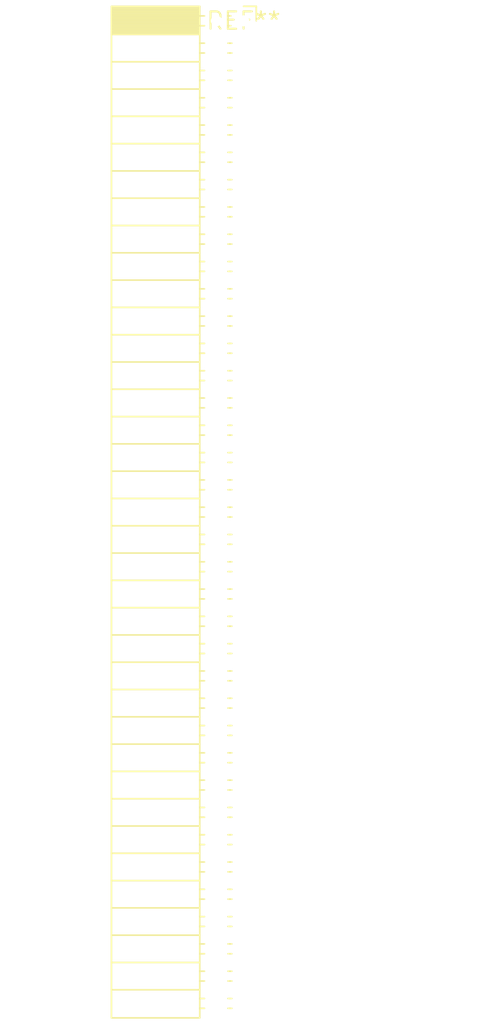
<source format=kicad_pcb>
(kicad_pcb (version 20240108) (generator pcbnew)
  (layers (0 "F.Cu" signal) (31 "B.Cu" signal) (34 "B.Paste" user) (35 "F.Paste" user) (36 "B.SilkS" user "B.Silkscreen") (37 "F.SilkS" user "F.Silkscreen") (38 "B.Mask" user) (39 "F.Mask" user) (44 "Edge.Cuts" user))
  (net 0 "")
  (footprint "PinSocket_2x37_P2.00mm_Horizontal" (layer "F.Cu") (at 0 0)
    (property "Reference" "REF**")
    (property "Value" "PinSocket_2x37_P2.00mm_Horizontal")
    (fp_line (start -9.68 -1.06) (end -9.68 73.06) (layer "F.SilkS") (stroke (width 0.12)))
    (fp_line (start -9.68 -1.06) (end -3.21 -1.06) (layer "F.SilkS") (stroke (width 0.12)))
    (fp_line (start -9.68 -0.94) (end -3.21 -0.94) (layer "F.SilkS") (stroke (width 0.12)))
    (fp_line (start -9.68 -0.825882) (end -3.21 -0.825882) (layer "F.SilkS") (stroke (width 0.12)))
    (fp_line (start -9.68 -0.711764) (end -3.21 -0.711764) (layer "F.SilkS") (stroke (width 0.12)))
    (fp_line (start -9.68 -0.597646) (end -3.21 -0.597646) (layer "F.SilkS") (stroke (width 0.12)))
    (fp_line (start -9.68 -0.483528) (end -3.21 -0.483528) (layer "F.SilkS") (stroke (width 0.12)))
    (fp_line (start -9.68 -0.36941) (end -3.21 -0.36941) (layer "F.SilkS") (stroke (width 0.12)))
    (fp_line (start -9.68 -0.255292) (end -3.21 -0.255292) (layer "F.SilkS") (stroke (width 0.12)))
    (fp_line (start -9.68 -0.141174) (end -3.21 -0.141174) (layer "F.SilkS") (stroke (width 0.12)))
    (fp_line (start -9.68 -0.027056) (end -3.21 -0.027056) (layer "F.SilkS") (stroke (width 0.12)))
    (fp_line (start -9.68 0.087062) (end -3.21 0.087062) (layer "F.SilkS") (stroke (width 0.12)))
    (fp_line (start -9.68 0.20118) (end -3.21 0.20118) (layer "F.SilkS") (stroke (width 0.12)))
    (fp_line (start -9.68 0.315298) (end -3.21 0.315298) (layer "F.SilkS") (stroke (width 0.12)))
    (fp_line (start -9.68 0.429416) (end -3.21 0.429416) (layer "F.SilkS") (stroke (width 0.12)))
    (fp_line (start -9.68 0.543534) (end -3.21 0.543534) (layer "F.SilkS") (stroke (width 0.12)))
    (fp_line (start -9.68 0.657652) (end -3.21 0.657652) (layer "F.SilkS") (stroke (width 0.12)))
    (fp_line (start -9.68 0.77177) (end -3.21 0.77177) (layer "F.SilkS") (stroke (width 0.12)))
    (fp_line (start -9.68 0.885888) (end -3.21 0.885888) (layer "F.SilkS") (stroke (width 0.12)))
    (fp_line (start -9.68 1) (end -3.21 1) (layer "F.SilkS") (stroke (width 0.12)))
    (fp_line (start -9.68 3) (end -3.21 3) (layer "F.SilkS") (stroke (width 0.12)))
    (fp_line (start -9.68 5) (end -3.21 5) (layer "F.SilkS") (stroke (width 0.12)))
    (fp_line (start -9.68 7) (end -3.21 7) (layer "F.SilkS") (stroke (width 0.12)))
    (fp_line (start -9.68 9) (end -3.21 9) (layer "F.SilkS") (stroke (width 0.12)))
    (fp_line (start -9.68 11) (end -3.21 11) (layer "F.SilkS") (stroke (width 0.12)))
    (fp_line (start -9.68 13) (end -3.21 13) (layer "F.SilkS") (stroke (width 0.12)))
    (fp_line (start -9.68 15) (end -3.21 15) (layer "F.SilkS") (stroke (width 0.12)))
    (fp_line (start -9.68 17) (end -3.21 17) (layer "F.SilkS") (stroke (width 0.12)))
    (fp_line (start -9.68 19) (end -3.21 19) (layer "F.SilkS") (stroke (width 0.12)))
    (fp_line (start -9.68 21) (end -3.21 21) (layer "F.SilkS") (stroke (width 0.12)))
    (fp_line (start -9.68 23) (end -3.21 23) (layer "F.SilkS") (stroke (width 0.12)))
    (fp_line (start -9.68 25) (end -3.21 25) (layer "F.SilkS") (stroke (width 0.12)))
    (fp_line (start -9.68 27) (end -3.21 27) (layer "F.SilkS") (stroke (width 0.12)))
    (fp_line (start -9.68 29) (end -3.21 29) (layer "F.SilkS") (stroke (width 0.12)))
    (fp_line (start -9.68 31) (end -3.21 31) (layer "F.SilkS") (stroke (width 0.12)))
    (fp_line (start -9.68 33) (end -3.21 33) (layer "F.SilkS") (stroke (width 0.12)))
    (fp_line (start -9.68 35) (end -3.21 35) (layer "F.SilkS") (stroke (width 0.12)))
    (fp_line (start -9.68 37) (end -3.21 37) (layer "F.SilkS") (stroke (width 0.12)))
    (fp_line (start -9.68 39) (end -3.21 39) (layer "F.SilkS") (stroke (width 0.12)))
    (fp_line (start -9.68 41) (end -3.21 41) (layer "F.SilkS") (stroke (width 0.12)))
    (fp_line (start -9.68 43) (end -3.21 43) (layer "F.SilkS") (stroke (width 0.12)))
    (fp_line (start -9.68 45) (end -3.21 45) (layer "F.SilkS") (stroke (width 0.12)))
    (fp_line (start -9.68 47) (end -3.21 47) (layer "F.SilkS") (stroke (width 0.12)))
    (fp_line (start -9.68 49) (end -3.21 49) (layer "F.SilkS") (stroke (width 0.12)))
    (fp_line (start -9.68 51) (end -3.21 51) (layer "F.SilkS") (stroke (width 0.12)))
    (fp_line (start -9.68 53) (end -3.21 53) (layer "F.SilkS") (stroke (width 0.12)))
    (fp_line (start -9.68 55) (end -3.21 55) (layer "F.SilkS") (stroke (width 0.12)))
    (fp_line (start -9.68 57) (end -3.21 57) (layer "F.SilkS") (stroke (width 0.12)))
    (fp_line (start -9.68 59) (end -3.21 59) (layer "F.SilkS") (stroke (width 0.12)))
    (fp_line (start -9.68 61) (end -3.21 61) (layer "F.SilkS") (stroke (width 0.12)))
    (fp_line (start -9.68 63) (end -3.21 63) (layer "F.SilkS") (stroke (width 0.12)))
    (fp_line (start -9.68 65) (end -3.21 65) (layer "F.SilkS") (stroke (width 0.12)))
    (fp_line (start -9.68 67) (end -3.21 67) (layer "F.SilkS") (stroke (width 0.12)))
    (fp_line (start -9.68 69) (end -3.21 69) (layer "F.SilkS") (stroke (width 0.12)))
    (fp_line (start -9.68 71) (end -3.21 71) (layer "F.SilkS") (stroke (width 0.12)))
    (fp_line (start -9.68 73.06) (end -3.21 73.06) (layer "F.SilkS") (stroke (width 0.12)))
    (fp_line (start -3.21 -1.06) (end -3.21 73.06) (layer "F.SilkS") (stroke (width 0.12)))
    (fp_line (start -3.21 -0.36) (end -2.862917 -0.36) (layer "F.SilkS") (stroke (width 0.12)))
    (fp_line (start -3.21 0.36) (end -2.862917 0.36) (layer "F.SilkS") (stroke (width 0.12)))
    (fp_line (start -3.21 1.64) (end -2.862917 1.64) (layer "F.SilkS") (stroke (width 0.12)))
    (fp_line (start -3.21 2.36) (end -2.862917 2.36) (layer "F.SilkS") (stroke (width 0.12)))
    (fp_line (start -3.21 3.64) (end -2.862917 3.64) (layer "F.SilkS") (stroke (width 0.12)))
    (fp_line (start -3.21 4.36) (end -2.862917 4.36) (layer "F.SilkS") (stroke (width 0.12)))
    (fp_line (start -3.21 5.64) (end -2.862917 5.64) (layer "F.SilkS") (stroke (width 0.12)))
    (fp_line (start -3.21 6.36) (end -2.862917 6.36) (layer "F.SilkS") (stroke (width 0.12)))
    (fp_line (start -3.21 7.64) (end -2.862917 7.64) (layer "F.SilkS") (stroke (width 0.12)))
    (fp_line (start -3.21 8.36) (end -2.862917 8.36) (layer "F.SilkS") (stroke (width 0.12)))
    (fp_line (start -3.21 9.64) (end -2.862917 9.64) (layer "F.SilkS") (stroke (width 0.12)))
    (fp_line (start -3.21 10.36) (end -2.862917 10.36) (layer "F.SilkS") (stroke (width 0.12)))
    (fp_line (start -3.21 11.64) (end -2.862917 11.64) (layer "F.SilkS") (stroke (width 0.12)))
    (fp_line (start -3.21 12.36) (end -2.862917 12.36) (layer "F.SilkS") (stroke (width 0.12)))
    (fp_line (start -3.21 13.64) (end -2.862917 13.64) (layer "F.SilkS") (stroke (width 0.12)))
    (fp_line (start -3.21 14.36) (end -2.862917 14.36) (layer "F.SilkS") (stroke (width 0.12)))
    (fp_line (start -3.21 15.64) (end -2.862917 15.64) (layer "F.SilkS") (stroke (width 0.12)))
    (fp_line (start -3.21 16.36) (end -2.862917 16.36) (layer "F.SilkS") (stroke (width 0.12)))
    (fp_line (start -3.21 17.64) (end -2.862917 17.64) (layer "F.SilkS") (stroke (width 0.12)))
    (fp_line (start -3.21 18.36) (end -2.862917 18.36) (layer "F.SilkS") (stroke (width 0.12)))
    (fp_line (start -3.21 19.64) (end -2.862917 19.64) (layer "F.SilkS") (stroke (width 0.12)))
    (fp_line (start -3.21 20.36) (end -2.862917 20.36) (layer "F.SilkS") (stroke (width 0.12)))
    (fp_line (start -3.21 21.64) (end -2.862917 21.64) (layer "F.SilkS") (stroke (width 0.12)))
    (fp_line (start -3.21 22.36) (end -2.862917 22.36) (layer "F.SilkS") (stroke (width 0.12)))
    (fp_line (start -3.21 23.64) (end -2.862917 23.64) (layer "F.SilkS") (stroke (width 0.12)))
    (fp_line (start -3.21 24.36) (end -2.862917 24.36) (layer "F.SilkS") (stroke (width 0.12)))
    (fp_line (start -3.21 25.64) (end -2.862917 25.64) (layer "F.SilkS") (stroke (width 0.12)))
    (fp_line (start -3.21 26.36) (end -2.862917 26.36) (layer "F.SilkS") (stroke (width 0.12)))
    (fp_line (start -3.21 27.64) (end -2.862917 27.64) (layer "F.SilkS") (stroke (width 0.12)))
    (fp_line (start -3.21 28.36) (end -2.862917 28.36) (layer "F.SilkS") (stroke (width 0.12)))
    (fp_line (start -3.21 29.64) (end -2.862917 29.64) (layer "F.SilkS") (stroke (width 0.12)))
    (fp_line (start -3.21 30.36) (end -2.862917 30.36) (layer "F.SilkS") (stroke (width 0.12)))
    (fp_line (start -3.21 31.64) (end -2.862917 31.64) (layer "F.SilkS") (stroke (width 0.12)))
    (fp_line (start -3.21 32.36) (end -2.862917 32.36) (layer "F.SilkS") (stroke (width 0.12)))
    (fp_line (start -3.21 33.64) (end -2.862917 33.64) (layer "F.SilkS") (stroke (width 0.12)))
    (fp_line (start -3.21 34.36) (end -2.862917 34.36) (layer "F.SilkS") (stroke (width 0.12)))
    (fp_line (start -3.21 35.64) (end -2.862917 35.64) (layer "F.SilkS") (stroke (width 0.12)))
    (fp_line (start -3.21 36.36) (end -2.862917 36.36) (layer "F.SilkS") (stroke (width 0.12)))
    (fp_line (start -3.21 37.64) (end -2.862917 37.64) (layer "F.SilkS") (stroke (width 0.12)))
    (fp_line (start -3.21 38.36) (end -2.862917 38.36) (layer "F.SilkS") (stroke (width 0.12)))
    (fp_line (start -3.21 39.64) (end -2.862917 39.64) (layer "F.SilkS") (stroke (width 0.12)))
    (fp_line (start -3.21 40.36) (end -2.862917 40.36) (layer "F.SilkS") (stroke (width 0.12)))
    (fp_line (start -3.21 41.64) (end -2.862917 41.64) (layer "F.SilkS") (stroke (width 0.12)))
    (fp_line (start -3.21 42.36) (end -2.862917 42.36) (layer "F.SilkS") (stroke (width 0.12)))
    (fp_line (start -3.21 43.64) (end -2.862917 43.64) (layer "F.SilkS") (stroke (width 0.12)))
    (fp_line (start -3.21 44.36) (end -2.862917 44.36) (layer "F.SilkS") (stroke (width 0.12)))
    (fp_line (start -3.21 45.64) (end -2.862917 45.64) (layer "F.SilkS") (stroke (width 0.12)))
    (fp_line (start -3.21 46.36) (end -2.862917 46.36) (layer "F.SilkS") (stroke (width 0.12)))
    (fp_line (start -3.21 47.64) (end -2.862917 47.64) (layer "F.SilkS") (stroke (width 0.12)))
    (fp_line (start -3.21 48.36) (end -2.862917 48.36) (layer "F.SilkS") (stroke (width 0.12)))
    (fp_line (start -3.21 49.64) (end -2.862917 49.64) (layer "F.SilkS") (stroke (width 0.12)))
    (fp_line (start -3.21 50.36) (end -2.862917 50.36) (layer "F.SilkS") (stroke (width 0.12)))
    (fp_line (start -3.21 51.64) (end -2.862917 51.64) (layer "F.SilkS") (stroke (width 0.12)))
    (fp_line (start -3.21 52.36) (end -2.862917 52.36) (layer "F.SilkS") (stroke (width 0.12)))
    (fp_line (start -3.21 53.64) (end -2.862917 53.64) (layer "F.SilkS") (stroke (width 0.12)))
    (fp_line (start -3.21 54.36) (end -2.862917 54.36) (layer "F.SilkS") (stroke (width 0.12)))
    (fp_line (start -3.21 55.64) (end -2.862917 55.64) (layer "F.SilkS") (stroke (width 0.12)))
    (fp_line (start -3.21 56.36) (end -2.862917 56.36) (layer "F.SilkS") (stroke (width 0.12)))
    (fp_line (start -3.21 57.64) (end -2.862917 57.64) (layer "F.SilkS") (stroke (width 0.12)))
    (fp_line (start -3.21 58.36) (end -2.862917 58.36) (layer "F.SilkS") (stroke (width 0.12)))
    (fp_line (start -3.21 59.64) (end -2.862917 59.64) (layer "F.SilkS") (stroke (width 0.12)))
    (fp_line (start -3.21 60.36) (end -2.862917 60.36) (layer "F.SilkS") (stroke (width 0.12)))
    (fp_line (start -3.21 61.64) (end -2.862917 61.64) (layer "F.SilkS") (stroke (width 0.12)))
    (fp_line (start -3.21 62.36) (end -2.862917 62.36) (layer "F.SilkS") (stroke (width 0.12)))
    (fp_line (start -3.21 63.64) (end -2.862917 63.64) (layer "F.SilkS") (stroke (width 0.12)))
    (fp_line (start -3.21 64.36) (end -2.862917 64.36) (layer "F.SilkS") (stroke (width 0.12)))
    (fp_line (start -3.21 65.64) (end -2.862917 65.64) (layer "F.SilkS") (stroke (width 0.12)))
    (fp_line (start -3.21 66.36) (end -2.862917 66.36) (layer "F.SilkS") (stroke (width 0.12)))
    (fp_line (start -3.21 67.64) (end -2.862917 67.64) (layer "F.SilkS") (stroke (width 0.12)))
    (fp_line (start -3.21 68.36) (end -2.862917 68.36) (layer "F.SilkS") (stroke (width 0.12)))
    (fp_line (start -3.21 69.64) (end -2.862917 69.64) (layer "F.SilkS") (stroke (width 0.12)))
    (fp_line (start -3.21 70.36) (end -2.862917 70.36) (layer "F.SilkS") (stroke (width 0.12)))
    (fp_line (start -3.21 71.64) (end -2.862917 71.64) (layer "F.SilkS") (stroke (width 0.12)))
    (fp_line (start -3.21 72.36) (end -2.862917 72.36) (layer "F.SilkS") (stroke (width 0.12)))
    (fp_line (start -1.137083 -0.36) (end -0.935 -0.36) (layer "F.SilkS") (stroke (width 0.12)))
    (fp_line (start -1.137083 0.36) (end -0.935 0.36) (layer "F.SilkS") (stroke (width 0.12)))
    (fp_line (start -1.137083 1.64) (end -0.862917 1.64) (layer "F.SilkS") (stroke (width 0.12)))
    (fp_line (start -1.137083 2.36) (end -0.862917 2.36) (layer "F.SilkS") (stroke (width 0.12)))
    (fp_line (start -1.137083 3.64) (end -0.862917 3.64) (layer "F.SilkS") (stroke (width 0.12)))
    (fp_line (start -1.137083 4.36) (end -0.862917 4.36) (layer "F.SilkS") (stroke (width 0.12)))
    (fp_line (start -1.137083 5.64) (end -0.862917 5.64) (layer "F.SilkS") (stroke (width 0.12)))
    (fp_line (start -1.137083 6.36) (end -0.862917 6.36) (layer "F.SilkS") (stroke (width 0.12)))
    (fp_line (start -1.137083 7.64) (end -0.862917 7.64) (layer "F.SilkS") (stroke (width 0.12)))
    (fp_line (start -1.137083 8.36) (end -0.862917 8.36) (layer "F.SilkS") (stroke (width 0.12)))
    (fp_line (start -1.137083 9.64) (end -0.862917 9.64) (layer "F.SilkS") (stroke (width 0.12)))
    (fp_line (start -1.137083 10.36) (end -0.862917 10.36) (layer "F.SilkS") (stroke (width 0.12)))
    (fp_line (start -1.137083 11.64) (end -0.862917 11.64) (layer "F.SilkS") (stroke (width 0.12)))
    (fp_line (start -1.137083 12.36) (end -0.862917 12.36) (layer "F.SilkS") (stroke (width 0.12)))
    (fp_line (start -1.137083 13.64) (end -0.862917 13.64) (layer "F.SilkS") (stroke (width 0.12)))
    (fp_line (start -1.137083 14.36) (end -0.862917 14.36) (layer "F.SilkS") (stroke (width 0.12)))
    (fp_line (start -1.137083 15.64) (end -0.862917 15.64) (layer "F.SilkS") (stroke (width 0.12)))
    (fp_line (start -1.137083 16.36) (end -0.862917 16.36) (layer "F.SilkS") (stroke (width 0.12)))
    (fp_line (start -1.137083 17.64) (end -0.862917 17.64) (layer "F.SilkS") (stroke (width 0.12)))
    (fp_line (start -1.137083 18.36) (end -0.862917 18.36) (layer "F.SilkS") (stroke (width 0.12)))
    (fp_line (start -1.137083 19.64) (end -0.862917 19.64) (layer "F.SilkS") (stroke (width 0.12)))
    (fp_line (start -1.137083 20.36) (end -0.862917 20.36) (layer "F.SilkS") (stroke (width 0.12)))
    (fp_line (start -1.137083 21.64) (end -0.862917 21.64) (layer "F.SilkS") (stroke (width 0.12)))
    (fp_line (start -1.137083 22.36) (end -0.862917 22.36) (layer "F.SilkS") (stroke (width 0.12)))
    (fp_line (start -1.137083 23.64) (end -0.862917 23.64) (layer "F.SilkS") (stroke (width 0.12)))
    (fp_line (start -1.137083 24.36) (end -0.862917 24.36) (layer "F.SilkS") (stroke (width 0.12)))
    (fp_line (start -1.137083 25.64) (end -0.862917 25.64) (layer "F.SilkS") (stroke (width 0.12)))
    (fp_line (start -1.137083 26.36) (end -0.862917 26.36) (layer "F.SilkS") (stroke (width 0.12)))
    (fp_line (start -1.137083 27.64) (end -0.862917 27.64) (layer "F.SilkS") (stroke (width 0.12)))
    (fp_line (start -1.137083 28.36) (end -0.862917 28.36) (layer "F.SilkS") (stroke (width 0.12)))
    (fp_line (start -1.137083 29.64) (end -0.862917 29.64) (layer "F.SilkS") (stroke (width 0.12)))
    (fp_line (start -1.137083 30.36) (end -0.862917 30.36) (layer "F.SilkS") (stroke (width 0.12)))
    (fp_line (start -1.137083 31.64) (end -0.862917 31.64) (layer "F.SilkS") (stroke (width 0.12)))
    (fp_line (start -1.137083 32.36) (end -0.862917 32.36) (layer "F.SilkS") (stroke (width 0.12)))
    (fp_line (start -1.137083 33.64) (end -0.862917 33.64) (layer "F.SilkS") (stroke (width 0.12)))
    (fp_line (start -1.137083 34.36) (end -0.862917 34.36) (layer "F.SilkS") (stroke (width 0.12)))
    (fp_line (start -1.137083 35.64) (end -0.862917 35.64) (layer "F.SilkS") (stroke (width 0.12)))
    (fp_line (start -1.137083 36.36) (end -0.862917 36.36) (layer "F.SilkS") (stroke (width 0.12)))
    (fp_line (start -1.137083 37.64) (end -0.862917 37.64) (layer "F.SilkS") (stroke (width 0.12)))
    (fp_line (start -1.137083 38.36) (end -0.862917 38.36) (layer "F.SilkS") (stroke (width 0.12)))
    (fp_line (start -1.137083 39.64) (end -0.862917 39.64) (layer "F.SilkS") (stroke (width 0.12)))
    (fp_line (start -1.137083 40.36) (end -0.862917 40.36) (layer "F.SilkS") (stroke (width 0.12)))
    (fp_line (start -1.137083 41.64) (end -0.862917 41.64) (layer "F.SilkS") (stroke (width 0.12)))
    (fp_line (start -1.137083 42.36) (end -0.862917 42.36) (layer "F.SilkS") (stroke (width 0.12)))
    (fp_line (start -1.137083 43.64) (end -0.862917 43.64) (layer "F.SilkS") (stroke (width 0.12)))
    (fp_line (start -1.137083 44.36) (end -0.862917 44.36) (layer "F.SilkS") (stroke (width 0.12)))
    (fp_line (start -1.137083 45.64) (end -0.862917 45.64) (layer "F.SilkS") (stroke (width 0.12)))
    (fp_line (start -1.137083 46.36) (end -0.862917 46.36) (layer "F.SilkS") (stroke (width 0.12)))
    (fp_line (start -1.137083 47.64) (end -0.862917 47.64) (layer "F.SilkS") (stroke (width 0.12)))
    (fp_line (start -1.137083 48.36) (end -0.862917 48.36) (layer "F.SilkS") (stroke (width 0.12)))
    (fp_line (start -1.137083 49.64) (end -0.862917 49.64) (layer "F.SilkS") (stroke (width 0.12)))
    (fp_line (start -1.137083 50.36) (end -0.862917 50.36) (layer "F.SilkS") (stroke (width 0.12)))
    (fp_line (start -1.137083 51.64) (end -0.862917 51.64) (layer "F.SilkS") (stroke (width 0.12)))
    (fp_line (start -1.137083 52.36) (end -0.862917 52.36) (layer "F.SilkS") (stroke (width 0.12)))
    (fp_line (start -1.137083 53.64) (end -0.862917 53.64) (layer "F.SilkS") (stroke (width 0.12)))
    (fp_line (start -1.137083 54.36) (end -0.862917 54.36) (layer "F.SilkS") (stroke (width 0.12)))
    (fp_line (start -1.137083 55.64) (end -0.862917 55.64) (layer "F.SilkS") (stroke (width 0.12)))
    (fp_line (start -1.137083 56.36) (end -0.862917 56.36) (layer "F.SilkS") (stroke (width 0.12)))
    (fp_line (start -1.137083 57.64) (end -0.862917 57.64) (layer "F.SilkS") (stroke (width 0.12)))
    (fp_line (start -1.137083 58.36) (end -0.862917 58.36) (layer "F.SilkS") (stroke (width 0.12)))
    (fp_line (start -1.137083 59.64) (end -0.862917 59.64) (layer "F.SilkS") (stroke (width 0.12)))
    (fp_line (start -1.137083 60.36) (end -0.862917 60.36) (layer "F.SilkS") (stroke (width 0.12)))
    (fp_line (start -1.137083 61.64) (end -0.862917 61.64) (layer "F.SilkS") (stroke (width 0.12)))
    (fp_line (start -1.137083 62.36) (end -0.862917 62.36) (layer "F.SilkS") (stroke (width 0.12)))
    (fp_line (start -1.137083 63.64) (end -0.862917 63.64) (layer "F.SilkS") (stroke (width 0.12)))
    (fp_line (start -1.137083 64.36) (end -0.862917 64.36) (layer "F.SilkS") (stroke (width 0.12)))
    (fp_line (start -1.137083 65.64) (end -0.862917 65.64) (layer "F.SilkS") (stroke (width 0.12)))
    (fp_line (start -1.137083 66.36) (end -0.862917 66.36) (layer "F.SilkS") (stroke (width 0.12)))
    (fp_line (start -1.137083 67.64) (end -0.862917 67.64) (layer "F.SilkS") (stroke (width 0.12)))
    (fp_line (start -1.137083 68.36) (end -0.862917 68.36) (layer "F.SilkS") (stroke (width 0.12)))
    (fp_line (start -1.137083 69.64) (end -0.862917 69.64) (layer "F.SilkS") (stroke (width 0.12)))
    (fp_line (start -1.137083 70.36) (end -0.862917 70.36) (layer "F.SilkS") (stroke (width 0.12)))
    (fp_line (start -1.137083 71.64) (end -0.862917 71.64) (layer "F.SilkS") (stroke (width 0.12)))
    (fp_line (start -1.137083 72.36) (end -0.862917 72.36) (layer "F.SilkS") (stroke (width 0.12)))
    (fp_line (start 0 -1.06) (end 0.935 -1.06) (layer "F.SilkS") (stroke (width 0.12)))
    (fp_line (start 0.935 -1.06) (end 0.935 0) (layer "F.SilkS") (stroke (width 0.12)))
    (pad "1" thru_hole rect (at 0 0) (size 1.35 1.35) (drill 0.8) (layers *.Cu *.Mask) (remove_unused_layers))
    (pad "2" thru_hole oval (at -2 0) (size 1.35 1.35) (drill 0.8) (layers *.Cu *.Mask) (remove_unused_layers))
    (pad "3" thru_hole oval (at 0 2) (size 1.35 1.35) (drill 0.8) (layers *.Cu *.Mask) (remove_unused_layers))
    (pad "4" thru_hole oval (at -2 2) (size 1.35 1.35) (drill 0.8) (layers *.Cu *.Mask) (remove_unused_layers))
    (pad "5" thru_hole oval (at 0 4) (size 1.35 1.35) (drill 0.8) (layers *.Cu *.Mask) (remove_unused_layers))
    (pad "6" thru_hole oval (at -2 4) (size 1.35 1.35) (drill 0.8) (layers *.Cu *.Mask) (remove_unused_layers))
    (pad "7" thru_hole oval (at 0 6) (size 1.35 1.35) (drill 0.8) (layers *.Cu *.Mask) (remove_unused_layers))
    (pad "8" thru_hole oval (at -2 6) (size 1.35 1.35) (drill 0.8) (layers *.Cu *.Mask) (remove_unused_layers))
    (pad "9" thru_hole oval (at 0 8) (size 1.35 1.35) (drill 0.8) (layers *.Cu *.Mask) (remove_unused_layers))
    (pad "10" thru_hole oval (at -2 8) (size 1.35 1.35) (drill 0.8) (layers *.Cu *.Mask) (remove_unused_layers))
    (pad "11" thru_hole oval (at 0 10) (size 1.35 1.35) (drill 0.8) (layers *.Cu *.Mask) (remove_unused_layers))
    (pad "12" thru_hole oval (at -2 10) (size 1.35 1.35) (drill 0.8) (layers *.Cu *.Mask) (remove_unused_layers))
    (pad "13" thru_hole oval (at 0 12) (size 1.35 1.35) (drill 0.8) (layers *.Cu *.Mask) (remove_unused_layers))
    (pad "14" thru_hole oval (at -2 12) (size 1.35 1.35) (drill 0.8) (layers *.Cu *.Mask) (remove_unused_layers))
    (pad "15" thru_hole oval (at 0 14) (size 1.35 1.35) (drill 0.8) (layers *.Cu *.Mask) (remove_unused_layers))
    (pad "16" thru_hole oval (at -2 14) (size 1.35 1.35) (drill 0.8) (layers *.Cu *.Mask) (remove_unused_layers))
    (pad "17" thru_hole oval (at 0 16) (size 1.35 1.35) (drill 0.8) (layers *.Cu *.Mask) (remove_unused_layers))
    (pad "18" thru_hole oval (at -2 16) (size 1.35 1.35) (drill 0.8) (layers *.Cu *.Mask) (remove_unused_layers))
    (pad "19" thru_hole oval (at 0 18) (size 1.35 1.35) (drill 0.8) (layers *.Cu *.Mask) (remove_unused_layers))
    (pad "20" thru_hole oval (at -2 18) (size 1.35 1.35) (drill 0.8) (layers *.Cu *.Mask) (remove_unused_layers))
    (pad "21" thru_hole oval (at 0 20) (size 1.35 1.35) (drill 0.8) (layers *.Cu *.Mask) (remove_unused_layers))
    (pad "22" thru_hole oval (at -2 20) (size 1.35 1.35) (drill 0.8) (layers *.Cu *.Mask) (remove_unused_layers))
    (pad "23" thru_hole oval (at 0 22) (size 1.35 1.35) (drill 0.8) (layers *.Cu *.Mask) (remove_unused_layers))
    (pad "24" thru_hole oval (at -2 22) (size 1.35 1.35) (drill 0.8) (layers *.Cu *.Mask) (remove_unused_layers))
    (pad "25" thru_hole oval (at 0 24) (size 1.35 1.35) (drill 0.8) (layers *.Cu *.Mask) (remove_unused_layers))
    (pad "26" thru_hole oval (at -2 24) (size 1.35 1.35) (drill 0.8) (layers *.Cu *.Mask) (remove_unused_layers))
    (pad "27" thru_hole oval (at 0 26) (size 1.35 1.35) (drill 0.8) (layers *.Cu *.Mask) (remove_unused_layers))
    (pad "28" thru_hole oval (at -2 26) (size 1.35 1.35) (drill 0.8) (layers *.Cu *.Mask) (remove_unused_layers))
    (pad "29" thru_hole oval (at 0 28) (size 1.35 1.35) (drill 0.8) (layers *.Cu *.Mask) (remove_unused_layers))
    (pad "30" thru_hole oval (at -2 28) (size 1.35 1.35) (drill 0.8) (layers *.Cu *.Mask) (remove_unused_layers))
    (pad "31" thru_hole oval (at 0 30) (size 1.35 1.35) (drill 0.8) (layers *.Cu *.Mask) (remove_unused_layers))
    (pad "32" thru_hole oval (at -2 30) (size 1.35 1.35) (drill 0.8) (layers *.Cu *.Mask) (remove_unused_layers))
    (pad "33" thru_hole oval (at 0 32) (size 1.35 1.35) (drill 0.8) (layers *.Cu *.Mask) (remove_unused_layers))
    (pad "34" thru_hole oval (at -2 32) (size 1.35 1.35) (drill 0.8) (layers *.Cu *.Mask) (remove_unused_layers))
    (pad "35" thru_hole oval (at 0 34) (size 1.35 1.35) (drill 0.8) (layers *.Cu *.Mask) (remove_unused_layers))
    (pad "36" thru_hole oval (at -2 34) (size 1.35 1.35) (drill 0.8) (layers *.Cu *.Mask) (remove_unused_layers))
    (pad "37" thru_hole oval (at 0 36) (size 1.35 1.35) (drill 0.8) (layers *.Cu *.Mask) (remove_unused_layers))
    (pad "38" thru_hole oval (at -2 36) (size 1.35 1.35) (drill 0.8) (layers *.Cu *.Mask) (remove_unused_layers))
    (pad "39" thru_hole oval (at 0 38) (size 1.35 1.35) (drill 0.8) (layers *.Cu *.Mask) (remove_unused_layers))
    (pad "40" thru_hole oval (at -2 38) (size 1.35 1.35) (drill 0.8) (layers *.Cu *.Mask) (remove_unused_layers))
    (pad "41" thru_hole oval (at 0 40) (size 1.35 1.35) (drill 0.8) (layers *.Cu *.Mask) (remove_unused_layers))
    (pad "42" thru_hole oval (at -2 40) (size 1.35 1.35) (drill 0.8) (layers *.Cu *.Mask) (remove_unused_layers))
    (pad "43" thru_hole oval (at 0 42) (size 1.35 1.35) (drill 0.8) (layers *.Cu *.Mask) (remove_unused_layers))
    (pad "44" thru_hole oval (at -2 42) (size 1.35 1.35) (drill 0.8) (layers *.Cu *.Mask) (remove_unused_layers))
    (pad "45" thru_hole oval (at 0 44) (size 1.35 1.35) (drill 0.8) (layers *.Cu *.Mask) (remove_unused_layers))
    (pad "46" thru_hole oval (at -2 44) (size 1.35 1.35) (drill 0.8) (layers *.Cu *.Mask) (remove_unused_layers))
    (pad "47" thru_hole oval (at 0 46) (size 1.35 1.35) (drill 0.8) (layers *.Cu *.Mask) (remove_unused_layers))
    (pad "48" thru_hole oval (at -2 46) (size 1.35 1.35) (drill 0.8) (layers *.Cu *.Mask) (remove_unused_layers))
    (pad "49" thru_hole oval (at 0 48) (size 1.35 1.35) (drill 0.8) (layers *.Cu *.Mask) (remove_unused_layers))
    (pad "50" thru_hole oval (at -2 48) (size 1.35 1.35) (drill 0.8) (layers *.Cu *.Mask) (remove_unused_layers))
    (pad "51" thru_hole oval (at 0 50) (size 1.35 1.35) (drill 0.8) (layers *.Cu *.Mask) (remove_unused_layers))
    (pad "52" thru_hole oval (at -2 50) (size 1.35 1.35) (drill 0.8) (layers *.Cu *.Mask) (remove_unused_layers))
    (pad "53" thru_hole oval (at 0 52) (size 1.35 1.35) (drill 0.8) (layers *.Cu *.Mask) (remove_unused_layers))
    (pad "54" thru_hole oval (at -2 52) (size 1.35 1.35) (drill 0.8) (layers *.Cu *.Mask) (remove_unused_layers))
    (pad "55" thru_hole oval (at 0 54) (size 1.35 1.35) (drill 0.8) (layers *.Cu *.Mask) (remove_unused_layers))
    (pad "56" thru_hole oval (at -2 54) (size 1.35 1.35) (drill 0.8) (layers *.Cu *.Mask) (remove_unused_layers))
    (pad "57" thru_hole oval (at 0 56) (size 1.35 1.35) (drill 0.8) (layers *.Cu *.Mask) (remove_unused_layers))
    (pad "58" thru_hole oval (at -2 56) (size 1.35 1.35) (drill 0.8) (layers *.Cu *.Mask) (remove_unused_layers))
    (pad "59" thru_hole oval (at 0 58) (size 1.35 1.35) (drill 0.8) (layers *.Cu *.Mask) (remove_unused_layers))
    (pad "60" thru_hole oval (at -2 58) (size 1.35 1.35) (drill 0.8) (layers *.Cu *.Mask) (remove_unused_layers))
    (pad "61" thru_hole oval (at 0 60) (size 1.35 1.35) (drill 0.8) (layers *.Cu *.Mask) (remove_unused_layers))
    (pad "62" thru_hole oval (at -2 60) (size 1.35 1.35) (drill 0.8) (layers *.Cu *.Mask) (remove_unused_layers))
    (pad "63" thru_hole oval (at 0 62) (size 1.35 1.35) (drill 0.8) (layers *.Cu *.Mask) (remove_unused_layers))
    (pad "64" thru_hole oval (at -2 62) (size 1.35 1.35) (drill 0.8) (layers *.Cu *.Mask) (remove_unused_layers))
    (pad "65" thru_hole oval (at 0 64) (size 1.35 1.35) (drill 0.8) (layers *.Cu *.Mask) (remove_unused_layers))
    (pad "66" thru_hole oval (at -2 64) (size 1.35 1.35) (drill 0.8) (layers *.Cu *.Mask) (remove_unused_layers))
    (pad "67" thru_hole oval (at 0 66) (size 1.35 1.35) (drill 0.8) (layers *.Cu *.Mask) (remove_unused_layers))
    (pad "68" thru_hole oval (at -2 66) (size 1.35 1.35) (drill 0.8) (layers *.Cu *.Mask) (remove_unused_layers))
    (pad "69" thru_hole oval (at 0 68) (size 1.35 1.35) (drill 0.8) (layers *.Cu *.Mask) (remove_unused_layers))
    (pad "70" thru_hole oval (at -2 68) (size 1.35 1.35) (drill 0.8) (layers *.Cu *.Mask) (remove_unused_layers))
    (pad "71" thru_hole oval (at 0 70) (size 1.35 1.35) (drill 0.8) (layers *.Cu *.Mask) (remove_unused_layers))
    (pad "72" thru_hole oval (at -2 70) (size 1.35 1.35) (drill 0.8) (layers *.Cu *.Mask) (remove_unused_layers))
    (pad "73" thru_hole oval (at 0 72) (size 1.35 1.35) (drill 0.8) (layers *.Cu *.Mask) (remove_unused_layers))
    (pad "74" thru_hole oval (at -2 72) (size 1.35 1.35) (drill 0.8) (layers *.Cu *.Mask) (remove_unused_layers))
  )
)
</source>
